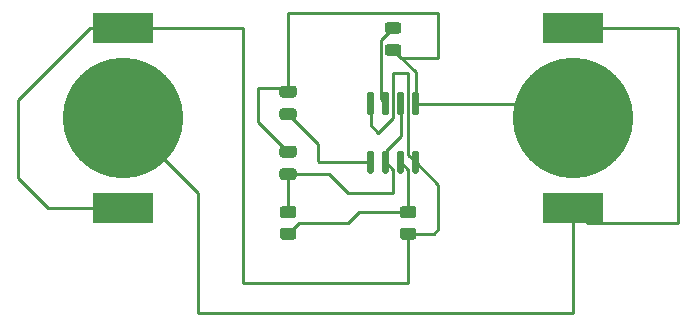
<source format=gbr>
%TF.GenerationSoftware,KiCad,Pcbnew,(5.1.10)-1*%
%TF.CreationDate,2021-10-03T20:45:00-07:00*%
%TF.ProjectId,IntroProject,496e7472-6f50-4726-9f6a-6563742e6b69,rev?*%
%TF.SameCoordinates,Original*%
%TF.FileFunction,Copper,L1,Top*%
%TF.FilePolarity,Positive*%
%FSLAX46Y46*%
G04 Gerber Fmt 4.6, Leading zero omitted, Abs format (unit mm)*
G04 Created by KiCad (PCBNEW (5.1.10)-1) date 2021-10-03 20:45:00*
%MOMM*%
%LPD*%
G01*
G04 APERTURE LIST*
%TA.AperFunction,SMDPad,CuDef*%
%ADD10R,5.100000X2.500000*%
%TD*%
%TA.AperFunction,SMDPad,CuDef*%
%ADD11C,10.200000*%
%TD*%
%TA.AperFunction,Conductor*%
%ADD12C,0.250000*%
%TD*%
G04 APERTURE END LIST*
D10*
%TO.P,BT1,1*%
%TO.N,VCC*%
X139700000Y-99040000D03*
X139700000Y-83840000D03*
D11*
%TO.P,BT1,2*%
%TO.N,Net-(BT1-Pad2)*%
X139700000Y-91440000D03*
%TD*%
%TO.P,BT2,2*%
%TO.N,GND*%
X177800000Y-91440000D03*
D10*
%TO.P,BT2,1*%
%TO.N,Net-(BT1-Pad2)*%
X177800000Y-83840000D03*
X177800000Y-99040000D03*
%TD*%
%TO.P,C1,2*%
%TO.N,GND*%
%TA.AperFunction,SMDPad,CuDef*%
G36*
G01*
X154145000Y-89720000D02*
X153195000Y-89720000D01*
G75*
G02*
X152945000Y-89470000I0J250000D01*
G01*
X152945000Y-88970000D01*
G75*
G02*
X153195000Y-88720000I250000J0D01*
G01*
X154145000Y-88720000D01*
G75*
G02*
X154395000Y-88970000I0J-250000D01*
G01*
X154395000Y-89470000D01*
G75*
G02*
X154145000Y-89720000I-250000J0D01*
G01*
G37*
%TD.AperFunction*%
%TO.P,C1,1*%
%TO.N,Net-(C1-Pad1)*%
%TA.AperFunction,SMDPad,CuDef*%
G36*
G01*
X154145000Y-91620000D02*
X153195000Y-91620000D01*
G75*
G02*
X152945000Y-91370000I0J250000D01*
G01*
X152945000Y-90870000D01*
G75*
G02*
X153195000Y-90620000I250000J0D01*
G01*
X154145000Y-90620000D01*
G75*
G02*
X154395000Y-90870000I0J-250000D01*
G01*
X154395000Y-91370000D01*
G75*
G02*
X154145000Y-91620000I-250000J0D01*
G01*
G37*
%TD.AperFunction*%
%TD*%
%TO.P,C2,1*%
%TO.N,Net-(C2-Pad1)*%
%TA.AperFunction,SMDPad,CuDef*%
G36*
G01*
X154145000Y-96700000D02*
X153195000Y-96700000D01*
G75*
G02*
X152945000Y-96450000I0J250000D01*
G01*
X152945000Y-95950000D01*
G75*
G02*
X153195000Y-95700000I250000J0D01*
G01*
X154145000Y-95700000D01*
G75*
G02*
X154395000Y-95950000I0J-250000D01*
G01*
X154395000Y-96450000D01*
G75*
G02*
X154145000Y-96700000I-250000J0D01*
G01*
G37*
%TD.AperFunction*%
%TO.P,C2,2*%
%TO.N,GND*%
%TA.AperFunction,SMDPad,CuDef*%
G36*
G01*
X154145000Y-94800000D02*
X153195000Y-94800000D01*
G75*
G02*
X152945000Y-94550000I0J250000D01*
G01*
X152945000Y-94050000D01*
G75*
G02*
X153195000Y-93800000I250000J0D01*
G01*
X154145000Y-93800000D01*
G75*
G02*
X154395000Y-94050000I0J-250000D01*
G01*
X154395000Y-94550000D01*
G75*
G02*
X154145000Y-94800000I-250000J0D01*
G01*
G37*
%TD.AperFunction*%
%TD*%
%TO.P,D1,1*%
%TO.N,GND*%
%TA.AperFunction,SMDPad,CuDef*%
G36*
G01*
X163016250Y-86182500D02*
X162103750Y-86182500D01*
G75*
G02*
X161860000Y-85938750I0J243750D01*
G01*
X161860000Y-85451250D01*
G75*
G02*
X162103750Y-85207500I243750J0D01*
G01*
X163016250Y-85207500D01*
G75*
G02*
X163260000Y-85451250I0J-243750D01*
G01*
X163260000Y-85938750D01*
G75*
G02*
X163016250Y-86182500I-243750J0D01*
G01*
G37*
%TD.AperFunction*%
%TO.P,D1,2*%
%TO.N,Net-(D1-Pad2)*%
%TA.AperFunction,SMDPad,CuDef*%
G36*
G01*
X163016250Y-84307500D02*
X162103750Y-84307500D01*
G75*
G02*
X161860000Y-84063750I0J243750D01*
G01*
X161860000Y-83576250D01*
G75*
G02*
X162103750Y-83332500I243750J0D01*
G01*
X163016250Y-83332500D01*
G75*
G02*
X163260000Y-83576250I0J-243750D01*
G01*
X163260000Y-84063750D01*
G75*
G02*
X163016250Y-84307500I-243750J0D01*
G01*
G37*
%TD.AperFunction*%
%TD*%
%TO.P,R1,1*%
%TO.N,VCC*%
%TA.AperFunction,SMDPad,CuDef*%
G36*
G01*
X164280001Y-101755000D02*
X163379999Y-101755000D01*
G75*
G02*
X163130000Y-101505001I0J249999D01*
G01*
X163130000Y-100979999D01*
G75*
G02*
X163379999Y-100730000I249999J0D01*
G01*
X164280001Y-100730000D01*
G75*
G02*
X164530000Y-100979999I0J-249999D01*
G01*
X164530000Y-101505001D01*
G75*
G02*
X164280001Y-101755000I-249999J0D01*
G01*
G37*
%TD.AperFunction*%
%TO.P,R1,2*%
%TO.N,Net-(R1-Pad2)*%
%TA.AperFunction,SMDPad,CuDef*%
G36*
G01*
X164280001Y-99930000D02*
X163379999Y-99930000D01*
G75*
G02*
X163130000Y-99680001I0J249999D01*
G01*
X163130000Y-99154999D01*
G75*
G02*
X163379999Y-98905000I249999J0D01*
G01*
X164280001Y-98905000D01*
G75*
G02*
X164530000Y-99154999I0J-249999D01*
G01*
X164530000Y-99680001D01*
G75*
G02*
X164280001Y-99930000I-249999J0D01*
G01*
G37*
%TD.AperFunction*%
%TD*%
%TO.P,R2,2*%
%TO.N,Net-(C2-Pad1)*%
%TA.AperFunction,SMDPad,CuDef*%
G36*
G01*
X154120001Y-99930000D02*
X153219999Y-99930000D01*
G75*
G02*
X152970000Y-99680001I0J249999D01*
G01*
X152970000Y-99154999D01*
G75*
G02*
X153219999Y-98905000I249999J0D01*
G01*
X154120001Y-98905000D01*
G75*
G02*
X154370000Y-99154999I0J-249999D01*
G01*
X154370000Y-99680001D01*
G75*
G02*
X154120001Y-99930000I-249999J0D01*
G01*
G37*
%TD.AperFunction*%
%TO.P,R2,1*%
%TO.N,Net-(R1-Pad2)*%
%TA.AperFunction,SMDPad,CuDef*%
G36*
G01*
X154120001Y-101755000D02*
X153219999Y-101755000D01*
G75*
G02*
X152970000Y-101505001I0J249999D01*
G01*
X152970000Y-100979999D01*
G75*
G02*
X153219999Y-100730000I249999J0D01*
G01*
X154120001Y-100730000D01*
G75*
G02*
X154370000Y-100979999I0J-249999D01*
G01*
X154370000Y-101505001D01*
G75*
G02*
X154120001Y-101755000I-249999J0D01*
G01*
G37*
%TD.AperFunction*%
%TD*%
%TO.P,U1,1*%
%TO.N,GND*%
%TA.AperFunction,SMDPad,CuDef*%
G36*
G01*
X164315000Y-89260000D02*
X164615000Y-89260000D01*
G75*
G02*
X164765000Y-89410000I0J-150000D01*
G01*
X164765000Y-91060000D01*
G75*
G02*
X164615000Y-91210000I-150000J0D01*
G01*
X164315000Y-91210000D01*
G75*
G02*
X164165000Y-91060000I0J150000D01*
G01*
X164165000Y-89410000D01*
G75*
G02*
X164315000Y-89260000I150000J0D01*
G01*
G37*
%TD.AperFunction*%
%TO.P,U1,2*%
%TO.N,Net-(C2-Pad1)*%
%TA.AperFunction,SMDPad,CuDef*%
G36*
G01*
X163045000Y-89260000D02*
X163345000Y-89260000D01*
G75*
G02*
X163495000Y-89410000I0J-150000D01*
G01*
X163495000Y-91060000D01*
G75*
G02*
X163345000Y-91210000I-150000J0D01*
G01*
X163045000Y-91210000D01*
G75*
G02*
X162895000Y-91060000I0J150000D01*
G01*
X162895000Y-89410000D01*
G75*
G02*
X163045000Y-89260000I150000J0D01*
G01*
G37*
%TD.AperFunction*%
%TO.P,U1,3*%
%TO.N,Net-(D1-Pad2)*%
%TA.AperFunction,SMDPad,CuDef*%
G36*
G01*
X161775000Y-89260000D02*
X162075000Y-89260000D01*
G75*
G02*
X162225000Y-89410000I0J-150000D01*
G01*
X162225000Y-91060000D01*
G75*
G02*
X162075000Y-91210000I-150000J0D01*
G01*
X161775000Y-91210000D01*
G75*
G02*
X161625000Y-91060000I0J150000D01*
G01*
X161625000Y-89410000D01*
G75*
G02*
X161775000Y-89260000I150000J0D01*
G01*
G37*
%TD.AperFunction*%
%TO.P,U1,4*%
%TO.N,VCC*%
%TA.AperFunction,SMDPad,CuDef*%
G36*
G01*
X160505000Y-89260000D02*
X160805000Y-89260000D01*
G75*
G02*
X160955000Y-89410000I0J-150000D01*
G01*
X160955000Y-91060000D01*
G75*
G02*
X160805000Y-91210000I-150000J0D01*
G01*
X160505000Y-91210000D01*
G75*
G02*
X160355000Y-91060000I0J150000D01*
G01*
X160355000Y-89410000D01*
G75*
G02*
X160505000Y-89260000I150000J0D01*
G01*
G37*
%TD.AperFunction*%
%TO.P,U1,5*%
%TO.N,Net-(C1-Pad1)*%
%TA.AperFunction,SMDPad,CuDef*%
G36*
G01*
X160505000Y-94210000D02*
X160805000Y-94210000D01*
G75*
G02*
X160955000Y-94360000I0J-150000D01*
G01*
X160955000Y-96010000D01*
G75*
G02*
X160805000Y-96160000I-150000J0D01*
G01*
X160505000Y-96160000D01*
G75*
G02*
X160355000Y-96010000I0J150000D01*
G01*
X160355000Y-94360000D01*
G75*
G02*
X160505000Y-94210000I150000J0D01*
G01*
G37*
%TD.AperFunction*%
%TO.P,U1,6*%
%TO.N,Net-(C2-Pad1)*%
%TA.AperFunction,SMDPad,CuDef*%
G36*
G01*
X161775000Y-94210000D02*
X162075000Y-94210000D01*
G75*
G02*
X162225000Y-94360000I0J-150000D01*
G01*
X162225000Y-96010000D01*
G75*
G02*
X162075000Y-96160000I-150000J0D01*
G01*
X161775000Y-96160000D01*
G75*
G02*
X161625000Y-96010000I0J150000D01*
G01*
X161625000Y-94360000D01*
G75*
G02*
X161775000Y-94210000I150000J0D01*
G01*
G37*
%TD.AperFunction*%
%TO.P,U1,7*%
%TO.N,Net-(R1-Pad2)*%
%TA.AperFunction,SMDPad,CuDef*%
G36*
G01*
X163045000Y-94210000D02*
X163345000Y-94210000D01*
G75*
G02*
X163495000Y-94360000I0J-150000D01*
G01*
X163495000Y-96010000D01*
G75*
G02*
X163345000Y-96160000I-150000J0D01*
G01*
X163045000Y-96160000D01*
G75*
G02*
X162895000Y-96010000I0J150000D01*
G01*
X162895000Y-94360000D01*
G75*
G02*
X163045000Y-94210000I150000J0D01*
G01*
G37*
%TD.AperFunction*%
%TO.P,U1,8*%
%TO.N,VCC*%
%TA.AperFunction,SMDPad,CuDef*%
G36*
G01*
X164315000Y-94210000D02*
X164615000Y-94210000D01*
G75*
G02*
X164765000Y-94360000I0J-150000D01*
G01*
X164765000Y-96010000D01*
G75*
G02*
X164615000Y-96160000I-150000J0D01*
G01*
X164315000Y-96160000D01*
G75*
G02*
X164165000Y-96010000I0J150000D01*
G01*
X164165000Y-94360000D01*
G75*
G02*
X164315000Y-94210000I150000J0D01*
G01*
G37*
%TD.AperFunction*%
%TD*%
D12*
%TO.N,VCC*%
X139700000Y-99040000D02*
X133330000Y-99040000D01*
X133330000Y-99040000D02*
X130810000Y-96520000D01*
X136900000Y-83840000D02*
X139700000Y-83840000D01*
X130810000Y-89930000D02*
X136900000Y-83840000D01*
X130810000Y-96520000D02*
X130810000Y-89930000D01*
X139700000Y-83840000D02*
X149840000Y-83840000D01*
X149840000Y-83840000D02*
X149860000Y-83860000D01*
X149860000Y-83860000D02*
X149860000Y-105410000D01*
X149860000Y-105410000D02*
X163830000Y-105410000D01*
X163830000Y-105410000D02*
X163830000Y-101600000D01*
X163830000Y-101600000D02*
X163830000Y-101242500D01*
X163830000Y-87630000D02*
X163830000Y-94550000D01*
X163830000Y-94550000D02*
X164465000Y-95185000D01*
X162560000Y-91440000D02*
X162560000Y-87630000D01*
X161290000Y-92710000D02*
X162560000Y-91440000D01*
X162560000Y-87630000D02*
X163830000Y-87630000D01*
X160655000Y-92075000D02*
X161290000Y-92710000D01*
X160655000Y-90235000D02*
X160655000Y-92075000D01*
X163830000Y-101242500D02*
X166012500Y-101242500D01*
X166012500Y-101242500D02*
X166370000Y-100885000D01*
X166370000Y-97090000D02*
X164465000Y-95185000D01*
X166370000Y-100885000D02*
X166370000Y-97090000D01*
%TO.N,Net-(BT1-Pad2)*%
X139700000Y-91440000D02*
X146050000Y-97790000D01*
X146050000Y-97790000D02*
X146050000Y-107950000D01*
X146050000Y-107950000D02*
X177800000Y-107950000D01*
X177800000Y-107950000D02*
X177800000Y-99040000D01*
X177800000Y-83840000D02*
X186670000Y-83840000D01*
X186670000Y-83840000D02*
X186690000Y-83860000D01*
X186690000Y-83860000D02*
X186690000Y-100330000D01*
X179090000Y-100330000D02*
X177800000Y-99040000D01*
X186690000Y-100330000D02*
X179090000Y-100330000D01*
%TO.N,GND*%
X176595000Y-90235000D02*
X177800000Y-91440000D01*
X164465000Y-90235000D02*
X176595000Y-90235000D01*
X164465000Y-87600000D02*
X162560000Y-85695000D01*
X164465000Y-90235000D02*
X164465000Y-87600000D01*
X153670000Y-89220000D02*
X153670000Y-82550000D01*
X153670000Y-82550000D02*
X166370000Y-82550000D01*
X166370000Y-82550000D02*
X166370000Y-86360000D01*
X163225000Y-86360000D02*
X162560000Y-85695000D01*
X166370000Y-86360000D02*
X163225000Y-86360000D01*
X166370000Y-86360000D02*
X166370000Y-85090000D01*
X153350000Y-88900000D02*
X153670000Y-89220000D01*
X151130000Y-88900000D02*
X153350000Y-88900000D01*
X151130000Y-91760000D02*
X151130000Y-88900000D01*
X153670000Y-94300000D02*
X151130000Y-91760000D01*
%TO.N,Net-(C1-Pad1)*%
X160655000Y-95185000D02*
X156275000Y-95185000D01*
X156275000Y-95185000D02*
X156210000Y-95120000D01*
X156210000Y-93660000D02*
X153670000Y-91120000D01*
X156210000Y-95120000D02*
X156210000Y-93660000D01*
%TO.N,Net-(C2-Pad1)*%
X153670000Y-99417500D02*
X153670000Y-96200000D01*
X162560000Y-97790000D02*
X162560000Y-95820000D01*
X158750000Y-97790000D02*
X162560000Y-97790000D01*
X162560000Y-95820000D02*
X161925000Y-95185000D01*
X157160000Y-96200000D02*
X158750000Y-97790000D01*
X153670000Y-96200000D02*
X157160000Y-96200000D01*
X163195000Y-92940000D02*
X163195000Y-90235000D01*
X161925000Y-94210000D02*
X163195000Y-92940000D01*
X161925000Y-95185000D02*
X161925000Y-94210000D01*
%TO.N,Net-(D1-Pad2)*%
X161534990Y-89844990D02*
X161534990Y-84845010D01*
X161925000Y-90235000D02*
X161534990Y-89844990D01*
X161534990Y-84845010D02*
X162560000Y-83820000D01*
%TO.N,Net-(R1-Pad2)*%
X163830000Y-99417500D02*
X159662500Y-99417500D01*
X159662500Y-99417500D02*
X158750000Y-100330000D01*
X154582500Y-100330000D02*
X153670000Y-101242500D01*
X158750000Y-100330000D02*
X154582500Y-100330000D01*
X163830000Y-95820000D02*
X163195000Y-95185000D01*
X163830000Y-99417500D02*
X163830000Y-95820000D01*
%TD*%
M02*

</source>
